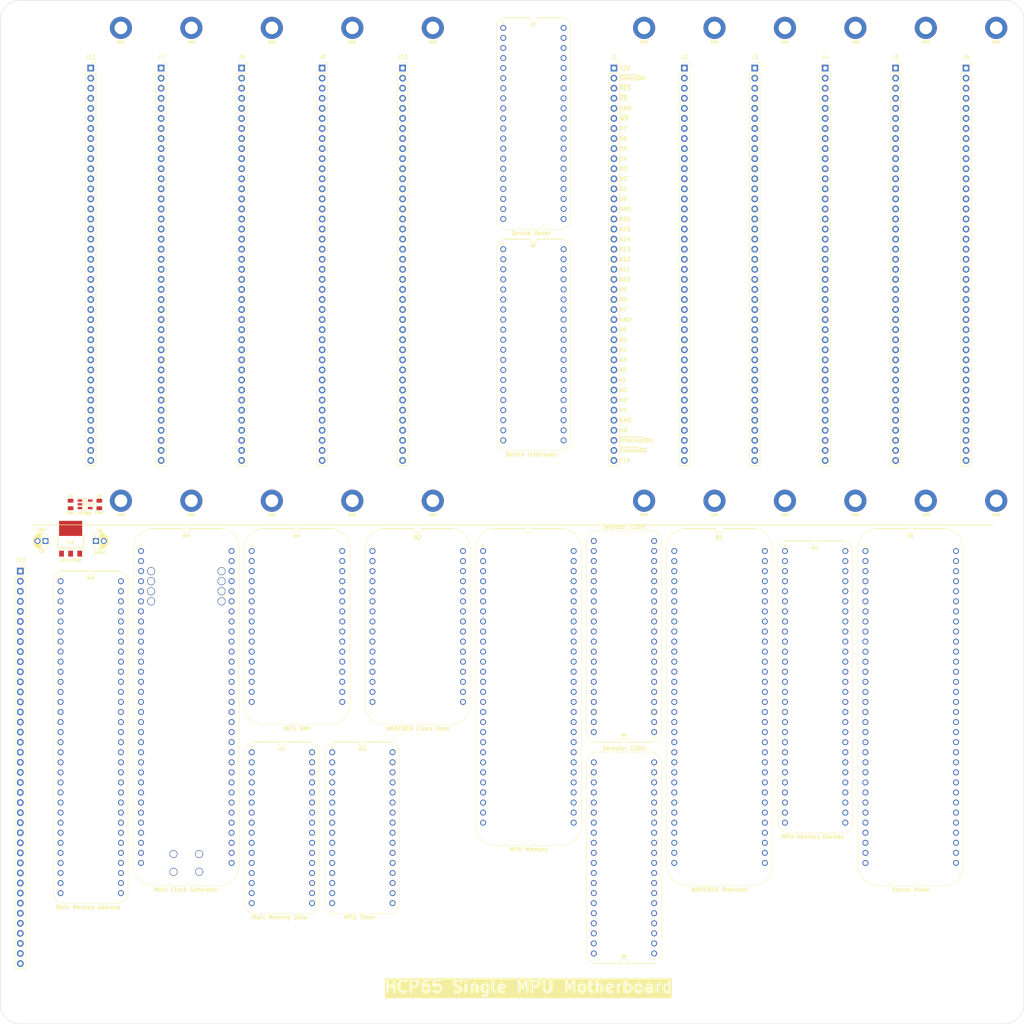
<source format=kicad_pcb>
(kicad_pcb (version 20241229) (generator "pcbnew") (generator_version "9.0")
  (layers (0 "F.Cu" signal) (2 "B.Cu" signal) (5 "F.SilkS" user "F.Silkscreen") (7 "B.SilkS" user "B.Silkscreen") (1 "F.Mask" user) (3 "B.Mask" user) (25 "Edge.Cuts" user))
  (net 0 "")
  (net 1 "/5V")
  (net 2 "/GND")
  (net 3 "/A0")
  (net 4 "/A1")
  (net 5 "/Opcode Valid")
  (net 6 "/~{VP}")
  (net 7 "/A2")
  (net 8 "/A3")
  (net 9 "/A4")
  (net 10 "/A5")
  (net 11 "/3.3V")
  (net 12 "/A6")
  (net 13 "/~{User Program}")
  (net 14 "/A7")
  (net 15 "/A8")
  (net 16 "/A9")
  (net 17 "/A10")
  (net 18 "/A11")
  (net 19 "/A12")
  (net 20 "/A13")
  (net 21 "/A14")
  (net 22 "/A15")
  (net 23 "/Address Valid")
  (net 24 "/~{Interrupt Depth}")
  (net 27 "/BA7")
  (net 28 "/BA6")
  (net 29 "/BA5")
  (net 30 "/BA4")
  (net 31 "/BA2")
  (net 32 "/BA3")
  (net 33 "/BA1")
  (net 34 "/BA0")
  (net 35 "/~{Reset}")
  (net 36 "/D7")
  (net 37 "/D6")
  (net 38 "/D5")
  (net 39 "/D4")
  (net 40 "/D3")
  (net 41 "/D2")
  (net 42 "/D1")
  (net 43 "/D0")
  (net 44 "/Native Latch")
  (net 45 "/CLK")
  (net 47 "/Kernal Mode")
  (net 50 "/~{NMI}")
  (net 51 "/CLK_{IN}")
  (net 52 "/A18")
  (net 54 "/12V")
  (net 55 "/~{Address Valid}")
  (net 56 "/~{Select}_{Device}1")
  (net 57 "/~{Select}_{Device}2")
  (net 58 "/~{Select}_{Device}3")
  (net 61 "/~{CLK}")
  (net 70 "/A17")
  (net 72 "/A16")
  (net 73 "/PHI2")
  (net 74 "/~{Main}")
  (net 75 "/~{IRQ}")
  (net 76 "/S~{ROM_{CS}}")
  (net 77 "/SA4")
  (net 78 "/SA3")
  (net 79 "/SA2")
  (net 80 "/SA1")
  (net 81 "/SA0")
  (net 82 "/S~{RAM_{CS}}")
  (net 87 "/~{WD}")
  (net 88 "/~{RD}")
  (net 92 "/~{Select}_{Device}4")
  (net 93 "/H2")
  (net 94 "/H1")
  (net 97 "/A23")
  (net 102 "/H0")
  (net 103 "/~{Select}_{Device}5")
  (net 105 "/~{Select}_{Device}6")
  (net 109 "/~{Select}_{Device}16")
  (net 110 "/~{PHI2}")
  (net 111 "/A22")
  (net 117 "/~{Select}_{Device}17")
  (net 118 "/~{Select}_{Device}18")
  (net 119 "/~{Select}_{Device}19")
  (net 120 "/~{Reset}_{Device}1")
  (net 121 "/~{Interrupt}_{Device}1")
  (net 122 "/~{Enable}_{Device}1")
  (net 123 "/~{Reset}_{Device}2")
  (net 124 "/~{Interrupt}_{Device}2")
  (net 125 "/S~{WD}")
  (net 126 "/SA18")
  (net 127 "/~{ROM_{CS}}")
  (net 128 "/~{RAM_{CS}}")
  (net 129 "/A21")
  (net 130 "/A20")
  (net 131 "/A19")
  (net 134 "/Enter Interrupt")
  (net 135 "/RTI")
  (net 136 "/~{Enable}_{Device}2")
  (net 137 "/~{Reset}_{Device}4")
  (net 138 "/~{Interrupt}_{Device}4")
  (net 139 "/~{Enable}_{Device}4")
  (net 140 "/~{Reset}_{Device}3")
  (net 141 "/~{Interrupt}_{Device}3")
  (net 142 "/~{Enable}_{Device}3")
  (net 143 "/~{Reset}_{Device}6")
  (net 144 "/~{Interrupt}_{Device}6")
  (net 145 "/~{Enable}_{Device}6")
  (net 146 "/~{Reset}_{Device}5")
  (net 147 "/~{Interrupt}_{Device}5")
  (net 148 "/~{Enable}_{Device}5")
  (net 149 "/~{Reset}_{Device}19")
  (net 150 "/~{Interrupt}_{Device}19")
  (net 151 "/~{Enable}_{Device}19")
  (net 152 "/~{Reset}_{Device}18")
  (net 153 "/~{Interrupt}_{Device}18")
  (net 154 "/~{Enable}_{Device}18")
  (net 155 "/~{Reset}_{Device}17")
  (net 156 "/~{Interrupt}_{Device}17")
  (net 157 "/~{Enable}_{Device}17")
  (net 158 "/~{Reset}_{Device}16")
  (net 159 "/~{Interrupt}_{Device}16")
  (net 160 "/~{Enable}_{Device}16")
  (net 165 "/~{Select}_{Device}7")
  (net 166 "/~{Reset}_{Device}7")
  (net 167 "/~{Interrupt}_{Device}7")
  (net 168 "/~{Enable}_{Device}7")
  (net 169 "/~{Device Enable}_{ 16..19}")
  (net 170 "/~{Device Interrupt}_{ 1..7}")
  (net 173 "/~{Device Interrupt}_{ 16..19}")
  (net 174 "/~{Device Enable}_{ 1..7}")
  (net 200 "/SA17")
  (net 201 "/SA16")
  (net 202 "/SA15")
  (net 203 "/SA14")
  (net 204 "/SA13")
  (net 205 "/SA12")
  (net 206 "/SA11")
  (net 207 "/SA10")
  (net 208 "/SA9")
  (net 209 "/S~{RD}")
  (net 210 "/SA8")
  (net 211 "/SA7")
  (net 212 "/SA6")
  (net 213 "/SA5")
  (net 214 "/UP7")
  (net 215 "/UP6")
  (net 216 "/UP5")
  (net 217 "/UP4")
  (net 218 "/UP3")
  (net 219 "/UP2")
  (net 220 "/UP1")
  (net 221 "/UP0")
  (net 223 "/MA0")
  (net 224 "/MA1")
  (net 225 "/MA2")
  (net 226 "/MA3")
  (net 227 "/MA4")
  (net 228 "/MA5")
  (net 229 "/MA6")
  (net 230 "/MA7")
  (net 231 "/MA8")
  (net 232 "/MA9")
  (net 233 "/MA10")
  (net 234 "/MA11")
  (net 235 "/MA12")
  (net 236 "/MA13")
  (net 237 "/MA14")
  (net 238 "/MA15")
  (net 239 "/MA16")
  (net 240 "/MA17")
  (net 241 "/MA18")
  (net 242 "/MA19")
  (net 243 "/MA20")
  (net 244 "/MA21")
  (net 245 "/MA22")
  (net 246 "/MA23")
  (net 247 "/M~{WD}")
  (net 248 "/M~{RD}")
  (net 253 "/MD0")
  (net 254 "/MD1")
  (net 255 "/MD2")
  (net 256 "/MD3")
  (net 257 "/MD4")
  (net 258 "/MD5")
  (net 259 "/MD6")
  (net 260 "/MD7")
  (net 266 "/~{NMI State}")
  (net 278 "/~{Main Access Slot}")
  (net 289 "/~{NMI Speed Select}")
  (net 295 "/~{Timer}")
  (net 331 "/~{Special}")
  (footprint "Connector_PinSocket_2.54mm:PinSocket_1x40_P2.54mm_Vertical" (layer "F.Cu") (at 210.82 -7.62)
    (property "Reference" "J3")
    (property "Value" "Conn_01x40_Socket")
  )
  (footprint "SamacSys_Parts:LD1117S33C" (layer "F.Cu") (at 38.1 111.76)
    (property "Reference" "IC3")
    (property "Value" "LD1117S50C" (hide yes))
  )
  (footprint "HCP65_Parts:HCP65_MountingHole_M3_" (layer "F.Cu") (at 88.9 101.6)
    (property "Reference" "H22" (hide yes))
    (property "Value" "MountingHole_Pad")
  )
  (footprint "HCP65_Parts:HCP65_MountingHole_M3_" (layer "F.Cu") (at 50.8 -17.78)
    (property "Reference" "H4" (hide yes))
    (property "Value" "MountingHole_Pad")
  )
  (footprint "SamacSys_Parts:C_0805" (layer "F.Cu") (at 38.1 102.566)
    (property "Reference" "C1")
    (property "Value" "10µF")
  )
  (footprint "Connector_PinSocket_2.54mm:PinSocket_1x40_P2.54mm_Vertical" (layer "F.Cu") (at 228.6 -7.62)
    (property "Reference" "J4")
    (property "Value" "Conn_01x40_Socket")
  )
  (footprint "HCP65_Parts:HCP65_MountingHole_M3_" (layer "F.Cu") (at 109.22 101.6)
    (property "Reference" "H23" (hide yes))
    (property "Value" "MountingHole_Pad")
  )
  (footprint "HCP65_Parts:HCP65_MPU_Address_Decode" (layer "F.Cu") (at 218.44 114.3)
    (property "Reference" "B12")
    (property "Value" "MPU Address Decode" (hide yes))
  )
  (footprint "HCP65_Parts:HCP65_Main_Memory_Address" (layer "F.Cu") (at 35.56 121.92)
    (property "Reference" "B10")
    (property "Value" "Main Memory Address" (hide yes))
  )
  (footprint "Connector_PinSocket_2.54mm:PinSocket_1x40_P2.54mm_Vertical" (layer "F.Cu") (at 246.38 -7.62)
    (property "Reference" "J5")
    (property "Value" "Conn_01x40_Socket")
  )
  (footprint "HCP65_Parts:HCP65_MountingHole_M3_" (layer "F.Cu") (at 68.58 101.6)
    (property "Reference" "H6" (hide yes))
    (property "Value" "MountingHole_Pad")
  )
  (footprint "HCP65_Parts:HCP65_Clock_Generator" (layer "F.Cu") (at 55.88 114.3)
    (property "Reference" "B15")
    (property "Value" "Main Clock Generator" (hide yes))
  )
  (footprint "HCP65_Parts:HCP65_MountingHole_M3_" (layer "F.Cu") (at 109.22 -17.78)
    (property "Reference" "H13" (hide yes))
    (property "Value" "MountingHole_Pad")
  )
  (footprint "HCP65_Parts:HCP65_Device_Interrupts" (layer "F.Cu") (at 147.32 38.1)
    (property "Reference" "B6")
    (property "Value" "Device Interrupts" (hide yes))
  )
  (footprint "Connector_PinSocket_2.54mm:PinSocket_1x40_P2.54mm_Vertical" (layer "F.Cu") (at 43.18 -7.62)
    (property "Reference" "J12")
    (property "Value" "Conn_01x40_Socket")
  )
  (footprint "HCP65_Parts:HCP65_MountingHole_M3_" (layer "F.Cu") (at 88.9 -17.78)
    (property "Reference" "H7" (hide yes))
    (property "Value" "MountingHole_Pad")
  )
  (footprint "SamacSys_Parts:CP_Radial_D4.0mm_P2.00mm" (layer "F.Cu") (at 44.482 111.76)
    (property "Reference" "C5")
    (property "Value" "100μF")
  )
  (footprint "HCP65_Parts:HCP65_MountingHole_M3_" (layer "F.Cu") (at 129.54 -17.78)
    (property "Reference" "H19" (hide yes))
    (property "Value" "MountingHole_Pad")
  )
  (footprint "HCP65_Parts:HCP65_Main_Memory_Data" (layer "F.Cu") (at 83.82 165.1)
    (property "Reference" "B11")
    (property "Value" "Main Memory Data" (hide yes))
  )
  (footprint "HCP65_Parts:HCP65_MountingHole_M3_" (layer "F.Cu") (at 68.58 -17.78)
    (property "Reference" "H5" (hide yes))
    (property "Value" "MountingHole_Pad")
  )
  (footprint "HCP65_Parts:HCP65_Kernal_Mode" (layer "F.Cu") (at 238.76 114.3)
    (property "Reference" "B5")
    (property "Value" "Kernal Mode" (hide yes))
  )
  (footprint "HCP65_Parts:HCP65_MountingHole_M3_" (layer "F.Cu") (at 236.22 101.6)
    (property "Reference" "H15" (hide yes))
    (property "Value" "MountingHole_Pad")
  )
  (footprint "HCP65_Parts:HCP65_MPU_Timer" (layer "F.Cu") (at 104.14 165.1)
    (property "Reference" "B13")
    (property "Value" "MPU Timer" (hide yes))
  )
  (footprint "HCP65_Parts:HCP65_Device_Reset" (layer "F.Cu") (at 147.32 -17.78)
    (property "Reference" "B7")
    (property "Value" "Device Reset" (hide yes))
  )
  (footprint "Connector_PinSocket_2.54mm:PinSocket_1x40_P2.54mm_Vertical" (layer "F.Cu") (at 193.04 -7.62)
    (property "Reference" "J2")
    (property "Value" "Conn_01x40_Socket")
  )
  (footprint "HCP65_Parts:HCP65_MountingHole_M3_" (layer "F.Cu") (at 182.88 -17.78)
    (property "Reference" "H8" (hide yes))
    (property "Value" "MountingHole_Pad")
  )
  (footprint "Connector_PinSocket_2.54mm:PinSocket_1x40_P2.54mm_Vertical" (layer "F.Cu") (at 175.26 -7.62)
    (property "Reference" "J1")
    (property "Value" "Conn_01x40_Socket")
  )
  (footprint "SamacSys_Parts:SOT95P285X130-5N" (layer "F.Cu") (at 41.753 102.505)
    (property "Reference" "IC2")
    (property "Value" "AP7365-33WG-7" (hide yes))
  )
  (footprint "Connector_PinSocket_2.54mm:PinSocket_1x40_P2.54mm_Vertical" (layer "F.Cu") (at 121.92 -7.62)
    (property "Reference" "J10")
    (property "Value" "Conn_01x40_Socket")
  )
  (footprint "HCP65_Parts:HCP65_MountingHole_M3_" (layer "F.Cu") (at 271.78 101.6)
    (property "Reference" "H14" (hide yes))
    (property "Value" "MountingHole_Pad")
  )
  (footprint "SamacSys_Parts:C_0805" (layer "F.Cu") (at 45.339 102.566)
    (property "Reference" "C2")
    (property "Value" "10µF")
  )
  (footprint "HCP65_Parts:HCP65_MountingHole_M3_" (layer "F.Cu") (at 236.22 -17.78)
    (property "Reference" "H10" (hide yes))
    (property "Value" "MountingHole_Pad")
  )
  (footprint "Connector_PinSocket_2.54mm:PinSocket_1x40_P2.54mm_Vertical" (layer "F.Cu") (at 60.96 -7.62)
    (property "Reference" "J7")
    (property "Value" "Conn_01x40_Socket")
  )
  (footprint "HCP65_Parts:HCP65_MountingHole_M3_" (layer "F.Cu") (at 254 101.6)
    (property "Reference" "H20" (hide yes))
    (property "Value" "MountingHole_Pad")
  )
  (footprint "HCP65_Parts:HCP65_MountingHole_M3_" (layer "F.Cu") (at 129.54 101.6)
    (property "Reference" "H24" (hide yes))
    (property "Value" "MountingHole_Pad")
  )
  (footprint "HCP65_Parts:HCP65_MPU_Memory" (layer "F.Cu") (at 142.24 114.3)
    (property "Reference" "B4" (hide yes))
    (property "Value" "MPU Memory" (hide yes))
  )
  (footprint "Connector_PinSocket_2.54mm:PinSocket_1x40_P2.54mm_Vertical" (layer "F.Cu") (at 264.16 -7.62)
    (property "Reference" "J6")
    (property "Value" "Conn_01x40_Socket")
  )
  (footprint "HCP65_Parts:HCP65_MountingHole_M3_" (layer "F.Cu") (at 271.78 -17.78)
    (property "Reference" "H18" (hide yes))
    (property "Value" "MountingHole_Pad")
  )
  (footprint "HCP65_Parts:HCP65_MountingHole_M3_" (layer "F.Cu") (at 218.44 101.6)
    (property "Reference" "H21" (hide yes))
    (property "Value" "MountingHole_Pad")
  )
  (footprint "SamacSys_Parts:CP_Radial_D4.0mm_P2.00mm" (layer "F.Cu") (at 31.75 111.76 180)
    (property "Reference" "C3")
    (property "Value" "10μF")
  )
  (footprint "HCP65_Parts:HCP65_W65C816_Breakout" (layer "F.Cu") (at 190.5 114.3)
    (property "Reference" "B1")
    (property "Value" "W65C816 Breakout" (hide yes))
  )
  (footprint "HCP65_Parts:HCP65_MountingHole_M3_" (layer "F.Cu") (at 200.66 101.6)
    (property "Reference" "H16" (hide yes))
    (property "Value" "MountingHole_Pad")
  )
  (footprint "Connector_PinSocket_2.54mm:PinSocket_1x40_P2.54mm_Vertical" (layer "F.Cu") (at 25.4 119.38)
    (property "Reference" "J13")
    (property "Value" "Conn_01x40_Socket")
  )
  (footprint "HCP65_Parts:HCP65_MPU_NMI" (layer "F.Cu") (at 83.82 114.3)
    (property "Reference" "B14")
    (property "Value" "MPU NMI" (hide yes))
  )
  (footprint "HCP65_Parts:HCP65_Selector_12bit" (layer "F.Cu") (at 185.42 160.02 180)
    (property "Reference" "B9")
    (property "Value" "Selector 12bit" (hide yes))
  )
  (footprint "HCP65_Parts:HCP65_MountingHole_M3_" (layer "F.Cu") (at 182.88 101.6)
    (property "Reference" "H17" (hide yes))
    (property "Value" "MountingHole_Pad")
  )
  (footprint "HCP65_Parts:HCP65_Selector_12bit" (layer "F.Cu") (at 185.42 215.9 180)
    (property "Reference" "B8")
    (property "Value" "Selector 12bit" (hide yes))
  )
  (footprint "HCP65_Parts:HCP65_W65C816_Clock_Hold" (layer "F.Cu") (at 114.3 114.3)
    (property "Reference" "B2")
    (property "Value" "W65C816 Clock Hold" (hide yes))
  )
  (footprint "Connector_PinSocket_2.54mm:PinSocket_1x40_P2.54mm_Vertical" (layer "F.Cu") (at 81.28 -7.62)
    (property "Reference" "J8")
    (property "Value" "Conn_01x40_Socket")
  )
  (footprint "HCP65_Parts:HCP65_MountingHole_M3_" (layer "F.Cu") (at 50.8 101.6)
    (property "Reference" "H3" (hide yes))
    (property "Value" "MountingHole_Pad")
  )
  (footprint "HCP65_Parts:HCP65_MountingHole_M3_" (layer "F.Cu") (at 254 -17.78)
    (property "Reference" "H11" (hide yes))
    (property "Value" "MountingHole_Pad")
  )
  (footprint "HCP65_Parts:HCP65_MountingHole_M3_" (layer "F.Cu") (at 200.66 -17.78)
    (property "Reference" "H12" (hide yes))
    (property "Value" "MountingHole_Pad")
  )
  (footprint "Connector_PinSocket_2.54mm:PinSocket_1x40_P2.54mm_Vertical" (layer "F.Cu") (at 101.6 -7.62)
    (property "Reference" "J9")
    (property "Value" "Conn_01x40_Socket")
  )
  (footprint "HCP65_Parts:HCP65_MountingHole_M3_" (layer "F.Cu") (at 218.44 -17.78)
    (property "Reference" "H9" (hide yes))
    (property "Value" "MountingHole_Pad")
  )
  (gr_line (start 271.145 107.696) (end 28.575 107.696) (stroke (width 0.15)) (layer "F.SilkS"))
  (gr_line (start 25.4 233.68) (end 273.685 233.68) (stroke (width 0.1)) (layer "Edge.Cuts"))
  (gr_line (start 278.765 228.6) (end 278.765 -19.685) (stroke (width 0.1)) (layer "Edge.Cuts"))
  (gr_arc (start 273.685 -24.765) (mid 277.277102 -23.277102) (end 278.765 -19.685) (stroke (width 0.1)) (layer "Edge.Cuts"))
  (gr_arc (start 20.32 -19.685) (mid 21.807898 -23.277102) (end 25.4 -24.765) (stroke (width 0.1)) (layer "Edge.Cuts"))
  (gr_line (start 25.4 -24.765) (end 273.685 -24.765) (stroke (width 0.1)) (layer "Edge.Cuts"))
  (gr_arc (start 278.765 228.6) (mid 277.277102 232.192102) (end 273.685 233.68) (stroke (width 0.1)) (layer "Edge.Cuts"))
  (gr_line (start 20.32 228.6) (end 20.32 -19.685) (stroke (width 0.1)) (layer "Edge.Cuts"))
  (gr_arc (start 25.4 233.68) (mid 21.807898 232.192102) (end 20.32 228.6) (stroke (width 0.1)) (layer "Edge.Cuts"))
  (gr_text "~{RES}" (at 176.53 -2.54 0) (layer "F.SilkS") (effects (font (size 1 1) (thickness 0.2) (bold yes)) (justify left)))
  (gr_text "GND" (at 176.53 2.54 0) (layer "F.SilkS") (effects (font (size 1 1) (thickness 0.2) (bold yes)) (justify left)))
  (gr_text "A16" (at 176.53 30.48 0) (layer "F.SilkS") (effects (font (size 1 1) (thickness 0.2) (bold yes)) (justify left)))
  (gr_text "~{RD}" (at 176.53 0 0) (layer "F.SilkS") (effects (font (size 1 1) (thickness 0.2) (bold yes)) (justify left)))
  (gr_text "A2" (at 176.53 68.58 0) (layer "F.SilkS") (effects (font (size 1 1) (thickness 0.2) (bold yes)) (justify left)))
  (gr_text "D5" (at 176.53 12.7 0) (layer "F.SilkS") (effects (font (size 1 1) (thickness 0.2) (bold yes)) (justify left)))
  (gr_text "12V" (at 176.53 -7.62 0) (layer "F.SilkS") (effects (font (size 1 1) (thickness 0.2) (bold yes)) (justify left)))
  (gr_text "A9" (at 176.53 48.26 0) (layer "F.SilkS") (effects (font (size 1 1) (thickness 0.2) (bold yes)) (justify left)))
  (gr_text "~{WD}" (at 176.657 5.08 0) (layer "F.SilkS") (effects (font (size 1 1) (thickness 0.2) (bold yes)) (justify left)))
  (gr_text "A11" (at 176.53 43.18 0) (layer "F.SilkS") (effects (font (size 1 1) (thickness 0.2) (bold yes)) (justify left)))
  (gr_text "D7" (at 176.53 7.62 0) (layer "F.SilkS") (effects (font (size 1 1) (thickness 0.2) (bold yes)) (justify left)))
  (gr_text "A5" (at 176.53 60.96 0) (layer "F.SilkS") (effects (font (size 1 1) (thickness 0.2) (bold yes)) (justify left)))
  (gr_text "~{Select}D0" (at 176.53 -5.08 0) (layer "F.SilkS") (effects (font (size 1 1) (thickness 0.2) (bold yes)) (justify left)))
  (gr_text "A14" (at 176.53 35.56 0) (layer "F.SilkS") (effects (font (size 1 1) (thickness 0.2) (bold yes)) (justify left)))
  (gr_text "A8" (at 176.53 50.8 0) (layer "F.SilkS") (effects (font (size 1 1) (thickness 0.2) (bold yes)) (justify left)))
  (gr_text "D1" (at 176.53 22.86 0) (layer "F.SilkS") (effects (font (size 1 1) (thickness 0.2) (bold yes)) (justify left)))
  (gr_text "A7" (at 176.53 53.34 0) (layer "F.SilkS") (effects (font (size 1 1) (thickness 0.2) (bold yes)) (justify left)))
  (gr_text "CLK" (at 176.53 91.44 0) (layer "F.SilkS") (effects (font (size 1 1) (thickness 0.2) (bold yes)) (justify left)))
  (gr_text "D4" (at 176.53 15.24 0) (layer "F.SilkS") (effects (font (size 1 1) (thickness 0.2) (bold yes)) (justify left)))
  (gr_text "HCP65 Single MPU Motherboard" (at 153.67 226.06 0) (layer "F.SilkS" knockout) (effects (font (size 3 3) (thickness 0.3) (bold yes)) (justify bottom)))
  (gr_text "A3" (at 176.53 66.04 0) (layer "F.SilkS") (effects (font (size 1 1) (thickness 0.2) (bold yes)) (justify left)))
  (gr_text "~{Interrupt}D0" (at 176.53 86.36 0) (layer "F.SilkS") (effects (font (size 1 1) (thickness 0.2) (bold yes)) (justify left)))
  (gr_text "GND" (at 176.53 81.28 0) (layer "F.SilkS") (effects (font (size 1 1) (thickness 0.2) (bold yes)) (justify left)))
  (gr_text "D3" (at 176.53 17.78 0) (layer "F.SilkS") (effects (font (size 1 1) (thickness 0.2) (bold yes)) (justify left)))
  (gr_text "H2" (at 176.53 76.2 0) (layer "F.SilkS") (effects (font (size 1 1) (thickness 0.2) (bold yes)) (justify left)))
  (gr_text "A4" (at 176.53 63.5 0) (layer "F.SilkS") (effects (font (size 1 1) (thickness 0.2) (bold yes)) (justify left)))
  (gr_text "H0" (at 176.53 83.82 0) (layer "F.SilkS") (effects (font (size 1 1) (thickness 0.2) (bold yes)) (justify left)))
  (gr_text "A0" (at 176.53 73.66 0) (layer "F.SilkS") (effects (font (size 1 1) (thickness 0.2) (bold yes)) (justify left)))
  (gr_text "A12" (at 176.53 40.64 0) (layer "F.SilkS") (effects (font (size 1 1) (thickness 0.2) (bold yes)) (justify left)))
  (gr_text "GND" (at 176.53 27.94 0) (layer "F.SilkS") (effects (font (size 1 1) (thickness 0.2) (bold yes)) (justify left)))
  (gr_text "~{Enable}D0" (at 176.53 88.9 0) (layer "F.SilkS") (effects (font (size 1 1) (thickness 0.2) (bold yes)) (justify left)))
  (gr_text "A1" (at 176.53 71.12 0) (layer "F.SilkS") (effects (font (size 1 1) (thickness 0.2) (bold yes)) (justify left)))
  (gr_text "GND" (at 176.53 55.88 0) (layer "F.SilkS") (effects (font (size 1 1) (thickness 0.2) (bold yes)) (justify left)))
  (gr_text "H1" (at 176.53 78.74 0) (layer "F.SilkS") (effects (font (size 1 1) (thickness 0.2) (bold yes)) (justify left)))
  (gr_text "D6" (at 176.53 10.16 0) (layer "F.SilkS") (effects (font (size 1 1) (thickness 0.2) (bold yes)) (justify left)))
  (gr_text "D0" (at 176.53 25.4 0) (layer "F.SilkS") (effects (font (size 1 1) (thickness 0.2) (bold yes)) (justify left)))
  (gr_text "A10" (at 176.53 45.72 0) (layer "F.SilkS") (effects (font (size 1 1) (thickness 0.2) (bold yes)) (justify left)))
  (gr_text "A13" (at 176.53 38.1 0) (layer "F.SilkS") (effects (font (size 1 1) (thickness 0.2) (bold yes)) (justify left)))
  (gr_text "A6" (at 176.53 58.42 0) (layer "F.SilkS") (effects (font (size 1 1) (thickness 0.2) (bold yes)) (justify left)))
  (gr_text "A15" (at 176.53 33.02 0) (layer "F.SilkS") (effects (font (size 1 1) (thickness 0.2) (bold yes)) (justify left)))
  (gr_text "D2" (at 176.53 20.32 0) (layer "F.SilkS") (effects (font (size 1 1) (thickness 0.2) (bold yes)) (justify left)))
)
</source>
